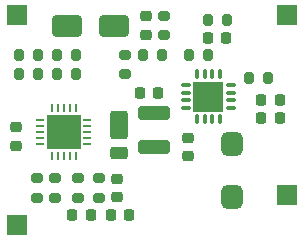
<source format=gts>
G04 #@! TF.GenerationSoftware,KiCad,Pcbnew,8.0.7*
G04 #@! TF.CreationDate,2025-01-22T16:07:56+01:00*
G04 #@! TF.ProjectId,arnie48,61726e69-6534-4382-9e6b-696361645f70,rev?*
G04 #@! TF.SameCoordinates,Original*
G04 #@! TF.FileFunction,Soldermask,Top*
G04 #@! TF.FilePolarity,Negative*
%FSLAX46Y46*%
G04 Gerber Fmt 4.6, Leading zero omitted, Abs format (unit mm)*
G04 Created by KiCad (PCBNEW 8.0.7) date 2025-01-22 16:07:56*
%MOMM*%
%LPD*%
G01*
G04 APERTURE LIST*
G04 Aperture macros list*
%AMRoundRect*
0 Rectangle with rounded corners*
0 $1 Rounding radius*
0 $2 $3 $4 $5 $6 $7 $8 $9 X,Y pos of 4 corners*
0 Add a 4 corners polygon primitive as box body*
4,1,4,$2,$3,$4,$5,$6,$7,$8,$9,$2,$3,0*
0 Add four circle primitives for the rounded corners*
1,1,$1+$1,$2,$3*
1,1,$1+$1,$4,$5*
1,1,$1+$1,$6,$7*
1,1,$1+$1,$8,$9*
0 Add four rect primitives between the rounded corners*
20,1,$1+$1,$2,$3,$4,$5,0*
20,1,$1+$1,$4,$5,$6,$7,0*
20,1,$1+$1,$6,$7,$8,$9,0*
20,1,$1+$1,$8,$9,$2,$3,0*%
G04 Aperture macros list end*
%ADD10R,1.700000X1.700000*%
%ADD11RoundRect,0.250000X0.500000X-0.950000X0.500000X0.950000X-0.500000X0.950000X-0.500000X-0.950000X0*%
%ADD12RoundRect,0.250000X0.500000X-0.275000X0.500000X0.275000X-0.500000X0.275000X-0.500000X-0.275000X0*%
%ADD13RoundRect,0.062500X-0.300000X-0.062500X0.300000X-0.062500X0.300000X0.062500X-0.300000X0.062500X0*%
%ADD14RoundRect,0.062500X-0.062500X-0.300000X0.062500X-0.300000X0.062500X0.300000X-0.062500X0.300000X0*%
%ADD15R,2.900000X2.900000*%
%ADD16RoundRect,0.225000X0.225000X0.250000X-0.225000X0.250000X-0.225000X-0.250000X0.225000X-0.250000X0*%
%ADD17RoundRect,0.200000X0.275000X-0.200000X0.275000X0.200000X-0.275000X0.200000X-0.275000X-0.200000X0*%
%ADD18RoundRect,0.218750X0.218750X0.256250X-0.218750X0.256250X-0.218750X-0.256250X0.218750X-0.256250X0*%
%ADD19RoundRect,0.200000X-0.200000X-0.275000X0.200000X-0.275000X0.200000X0.275000X-0.200000X0.275000X0*%
%ADD20RoundRect,0.200000X-0.275000X0.200000X-0.275000X-0.200000X0.275000X-0.200000X0.275000X0.200000X0*%
%ADD21R,2.600000X2.600000*%
%ADD22RoundRect,0.075000X-0.075000X-0.337500X0.075000X-0.337500X0.075000X0.337500X-0.075000X0.337500X0*%
%ADD23RoundRect,0.075000X-0.337500X-0.075000X0.337500X-0.075000X0.337500X0.075000X-0.337500X0.075000X0*%
%ADD24RoundRect,0.200000X0.200000X0.275000X-0.200000X0.275000X-0.200000X-0.275000X0.200000X-0.275000X0*%
%ADD25RoundRect,0.450000X-0.450000X0.550000X-0.450000X-0.550000X0.450000X-0.550000X0.450000X0.550000X0*%
%ADD26RoundRect,0.218750X0.256250X-0.218750X0.256250X0.218750X-0.256250X0.218750X-0.256250X-0.218750X0*%
%ADD27RoundRect,0.225000X-0.250000X0.225000X-0.250000X-0.225000X0.250000X-0.225000X0.250000X0.225000X0*%
%ADD28RoundRect,0.250000X1.000000X0.650000X-1.000000X0.650000X-1.000000X-0.650000X1.000000X-0.650000X0*%
%ADD29RoundRect,0.218750X-0.218750X-0.256250X0.218750X-0.256250X0.218750X0.256250X-0.218750X0.256250X0*%
%ADD30RoundRect,0.250000X-1.100000X0.325000X-1.100000X-0.325000X1.100000X-0.325000X1.100000X0.325000X0*%
G04 APERTURE END LIST*
D10*
X76070000Y-123890000D03*
D11*
X84700000Y-115400000D03*
D12*
X84700000Y-117775000D03*
D13*
X77987500Y-115000000D03*
X77987500Y-115500000D03*
X77987500Y-116000000D03*
X77987500Y-116500000D03*
X77987500Y-117000000D03*
D14*
X79000000Y-118012500D03*
X79500000Y-118012500D03*
X80000000Y-118012500D03*
X80500000Y-118012500D03*
X81000000Y-118012500D03*
D13*
X82012500Y-117000000D03*
X82012500Y-116500000D03*
X82012500Y-116000000D03*
X82012500Y-115500000D03*
X82012500Y-115000000D03*
D14*
X81000000Y-113987500D03*
X80500000Y-113987500D03*
X80000000Y-113987500D03*
X79500000Y-113987500D03*
X79000000Y-113987500D03*
D15*
X80000000Y-116000000D03*
D16*
X93775000Y-108000000D03*
X92225000Y-108000000D03*
D17*
X88500000Y-106175000D03*
X88500000Y-107825000D03*
D18*
X83962500Y-123000000D03*
X85537500Y-123000000D03*
D19*
X95675000Y-111450000D03*
X97325000Y-111450000D03*
D16*
X98275000Y-113300000D03*
X96725000Y-113300000D03*
D20*
X85175000Y-109450000D03*
X85175000Y-111100000D03*
D21*
X92250000Y-113000000D03*
D22*
X91275000Y-111062500D03*
X91925000Y-111062500D03*
X92575000Y-111062500D03*
X93225000Y-111062500D03*
D23*
X94187500Y-112025000D03*
X94187500Y-112675000D03*
X94187500Y-113325000D03*
X94187500Y-113975000D03*
D22*
X93225000Y-114937500D03*
X92575000Y-114937500D03*
X91925000Y-114937500D03*
X91275000Y-114937500D03*
D23*
X90312500Y-113975000D03*
X90312500Y-113325000D03*
X90312500Y-112675000D03*
X90312500Y-112025000D03*
D24*
X92225000Y-109500000D03*
X90575000Y-109500000D03*
D25*
X94250000Y-117000000D03*
X94250000Y-121500000D03*
D17*
X83000000Y-119925000D03*
X83000000Y-121575000D03*
D24*
X93825000Y-106500000D03*
X92175000Y-106500000D03*
D20*
X77750000Y-119925000D03*
X77750000Y-121575000D03*
D19*
X86675000Y-109500000D03*
X88325000Y-109500000D03*
D16*
X88025000Y-112700000D03*
X86475000Y-112700000D03*
D26*
X87000000Y-106212500D03*
X87000000Y-107787500D03*
D27*
X84500000Y-119975000D03*
X84500000Y-121525000D03*
D19*
X76175000Y-109500000D03*
X77825000Y-109500000D03*
X76175000Y-111100000D03*
X77825000Y-111100000D03*
D17*
X81250000Y-119925000D03*
X81250000Y-121575000D03*
D19*
X79425000Y-109500000D03*
X81075000Y-109500000D03*
D28*
X84250000Y-107000000D03*
X80250000Y-107000000D03*
D20*
X79250000Y-119925000D03*
X79250000Y-121575000D03*
D16*
X98275000Y-114800000D03*
X96725000Y-114800000D03*
D27*
X90500000Y-116475000D03*
X90500000Y-118025000D03*
D19*
X79425000Y-111100000D03*
X81075000Y-111100000D03*
D29*
X80712500Y-123000000D03*
X82287500Y-123000000D03*
D30*
X87650000Y-114350000D03*
X87650000Y-117300000D03*
D27*
X76000000Y-115600000D03*
X76000000Y-117150000D03*
D10*
X98930000Y-106110000D03*
X76070000Y-106110000D03*
X98930000Y-121350000D03*
M02*

</source>
